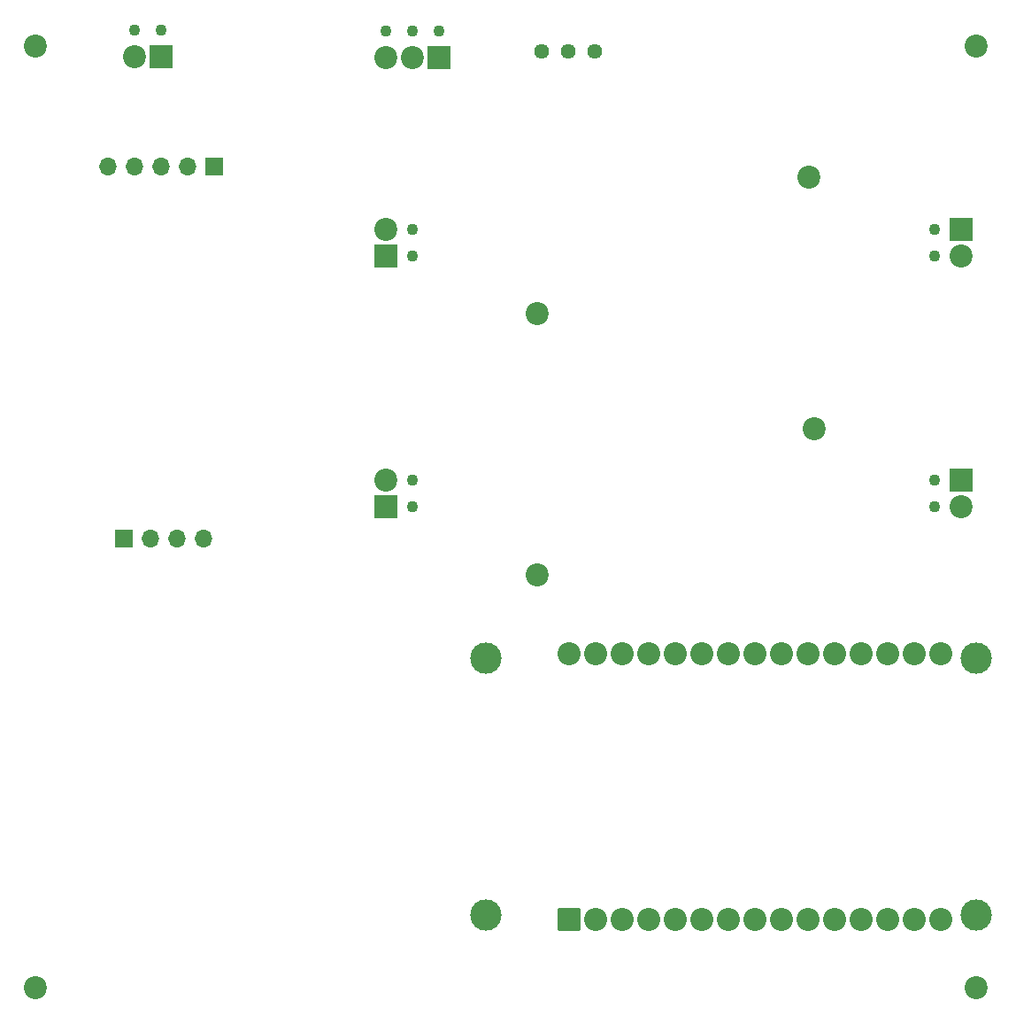
<source format=gbr>
%TF.GenerationSoftware,KiCad,Pcbnew,8.0.7*%
%TF.CreationDate,2025-03-03T08:30:58+07:00*%
%TF.ProjectId,esp32_getstok_testing,65737033-325f-4676-9574-73746f6b5f74,rev?*%
%TF.SameCoordinates,Original*%
%TF.FileFunction,Soldermask,Bot*%
%TF.FilePolarity,Negative*%
%FSLAX46Y46*%
G04 Gerber Fmt 4.6, Leading zero omitted, Abs format (unit mm)*
G04 Created by KiCad (PCBNEW 8.0.7) date 2025-03-03 08:30:58*
%MOMM*%
%LPD*%
G01*
G04 APERTURE LIST*
G04 Aperture macros list*
%AMRoundRect*
0 Rectangle with rounded corners*
0 $1 Rounding radius*
0 $2 $3 $4 $5 $6 $7 $8 $9 X,Y pos of 4 corners*
0 Add a 4 corners polygon primitive as box body*
4,1,4,$2,$3,$4,$5,$6,$7,$8,$9,$2,$3,0*
0 Add four circle primitives for the rounded corners*
1,1,$1+$1,$2,$3*
1,1,$1+$1,$4,$5*
1,1,$1+$1,$6,$7*
1,1,$1+$1,$8,$9*
0 Add four rect primitives between the rounded corners*
20,1,$1+$1,$2,$3,$4,$5,0*
20,1,$1+$1,$4,$5,$6,$7,0*
20,1,$1+$1,$6,$7,$8,$9,0*
20,1,$1+$1,$8,$9,$2,$3,0*%
G04 Aperture macros list end*
%ADD10C,1.440000*%
%ADD11C,3.000000*%
%ADD12RoundRect,0.102000X1.000000X-1.000000X1.000000X1.000000X-1.000000X1.000000X-1.000000X-1.000000X0*%
%ADD13C,2.204000*%
%ADD14C,1.100000*%
%ADD15R,2.200000X2.200000*%
%ADD16C,2.200000*%
%ADD17R,1.700000X1.700000*%
%ADD18O,1.700000X1.700000*%
G04 APERTURE END LIST*
D10*
%TO.C,RV1*%
X163500000Y-43000000D03*
X160960000Y-43000000D03*
X158420000Y-43000000D03*
%TD*%
D11*
%TO.C,U1*%
X153050000Y-125510000D03*
X200000000Y-125510000D03*
X153050000Y-101000000D03*
X200000000Y-101000000D03*
D12*
X161010000Y-125930000D03*
D13*
X163550000Y-125930000D03*
X166090000Y-125930000D03*
X168630000Y-125930000D03*
X171170000Y-125930000D03*
X173710000Y-125930000D03*
X176250000Y-125930000D03*
X178790000Y-125930000D03*
X181330000Y-125930000D03*
X183870000Y-125930000D03*
X186410000Y-125930000D03*
X188950000Y-125930000D03*
X191490000Y-125930000D03*
X194030000Y-125930000D03*
X196570000Y-125930000D03*
X196570000Y-100530000D03*
X194030000Y-100530000D03*
X191490000Y-100530000D03*
X188950000Y-100530000D03*
X186410000Y-100530000D03*
X183870000Y-100530000D03*
X181330000Y-100530000D03*
X178790000Y-100530000D03*
X176250000Y-100530000D03*
X173710000Y-100530000D03*
X171170000Y-100530000D03*
X168630000Y-100530000D03*
X166090000Y-100530000D03*
X163550000Y-100530000D03*
X161010000Y-100530000D03*
%TD*%
D14*
%TO.C,J6*%
X195960000Y-59960000D03*
X195960000Y-62500000D03*
D15*
X198500000Y-59960000D03*
D16*
X198500000Y-62500000D03*
%TD*%
%TO.C,H5*%
X158000000Y-68000000D03*
%TD*%
D14*
%TO.C,J1*%
X122000000Y-40960000D03*
X119460000Y-40960000D03*
D15*
X122000000Y-43500000D03*
D16*
X119460000Y-43500000D03*
%TD*%
%TO.C,H7*%
X158000000Y-93000000D03*
%TD*%
D14*
%TO.C,J7*%
X146000000Y-86500000D03*
X146000000Y-83960000D03*
D15*
X143460000Y-86500000D03*
D16*
X143460000Y-83960000D03*
%TD*%
D17*
%TO.C,J5*%
X127040000Y-54000000D03*
D18*
X124500000Y-54000000D03*
X121960000Y-54000000D03*
X119420000Y-54000000D03*
X116880000Y-54000000D03*
%TD*%
D16*
%TO.C,H8*%
X184500000Y-79000000D03*
%TD*%
%TO.C,H4*%
X200000000Y-132500000D03*
%TD*%
%TO.C,H2*%
X200000000Y-42500000D03*
%TD*%
D17*
%TO.C,J3*%
X118420000Y-89500000D03*
D18*
X120960000Y-89500000D03*
X123500000Y-89500000D03*
X126040000Y-89500000D03*
%TD*%
D14*
%TO.C,J4*%
X146000000Y-62500000D03*
X146000000Y-59960000D03*
D15*
X143460000Y-62500000D03*
D16*
X143460000Y-59960000D03*
%TD*%
%TO.C,H3*%
X110000000Y-132500000D03*
%TD*%
D14*
%TO.C,J8*%
X195960000Y-83960000D03*
X195960000Y-86500000D03*
D15*
X198500000Y-83960000D03*
D16*
X198500000Y-86500000D03*
%TD*%
%TO.C,H6*%
X184000000Y-55000000D03*
%TD*%
%TO.C,H1*%
X110000000Y-42500000D03*
%TD*%
D14*
%TO.C,J2*%
X148540000Y-41000000D03*
X146000000Y-41000000D03*
X143460000Y-41000000D03*
D15*
X148540000Y-43540000D03*
D16*
X146000000Y-43540000D03*
X143460000Y-43540000D03*
%TD*%
M02*

</source>
